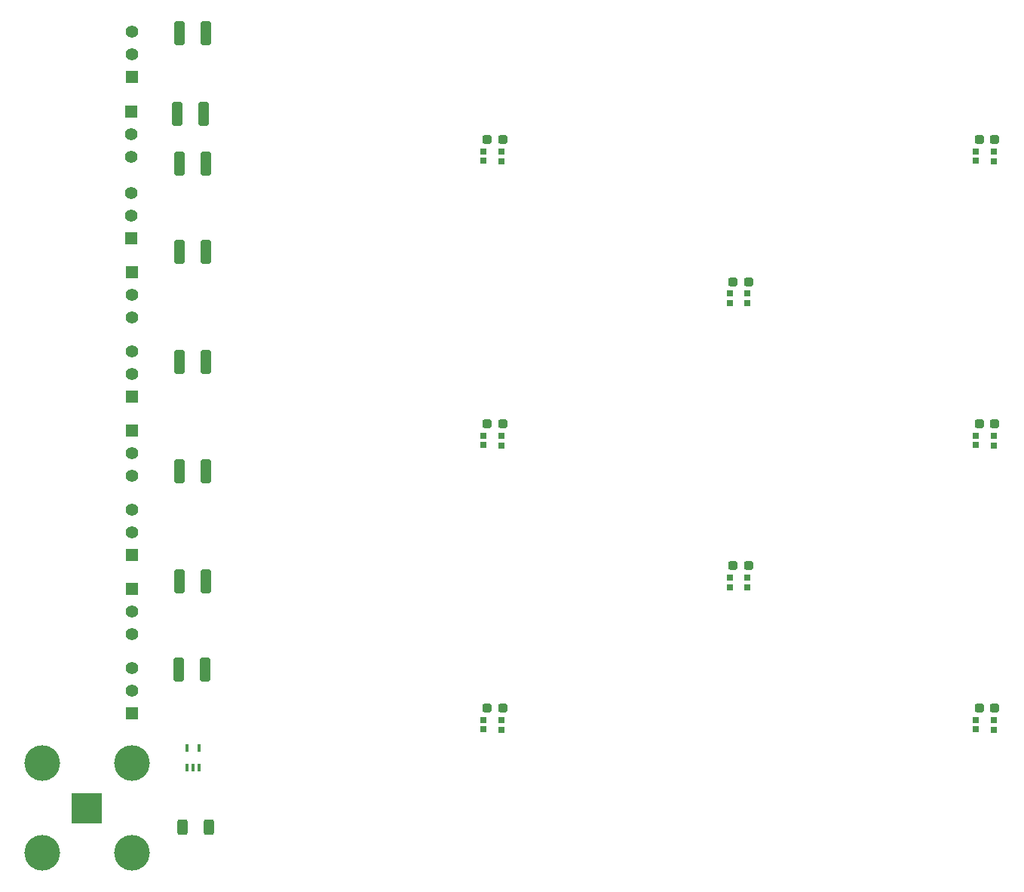
<source format=gbr>
%TF.GenerationSoftware,KiCad,Pcbnew,(6.0.8-1)-1*%
%TF.CreationDate,2023-09-21T15:44:45-04:00*%
%TF.ProjectId,Untitled,556e7469-746c-4656-942e-6b696361645f,rev?*%
%TF.SameCoordinates,Original*%
%TF.FileFunction,Soldermask,Top*%
%TF.FilePolarity,Negative*%
%FSLAX46Y46*%
G04 Gerber Fmt 4.6, Leading zero omitted, Abs format (unit mm)*
G04 Created by KiCad (PCBNEW (6.0.8-1)-1) date 2023-09-21 15:44:45*
%MOMM*%
%LPD*%
G01*
G04 APERTURE LIST*
G04 Aperture macros list*
%AMRoundRect*
0 Rectangle with rounded corners*
0 $1 Rounding radius*
0 $2 $3 $4 $5 $6 $7 $8 $9 X,Y pos of 4 corners*
0 Add a 4 corners polygon primitive as box body*
4,1,4,$2,$3,$4,$5,$6,$7,$8,$9,$2,$3,0*
0 Add four circle primitives for the rounded corners*
1,1,$1+$1,$2,$3*
1,1,$1+$1,$4,$5*
1,1,$1+$1,$6,$7*
1,1,$1+$1,$8,$9*
0 Add four rect primitives between the rounded corners*
20,1,$1+$1,$2,$3,$4,$5,0*
20,1,$1+$1,$4,$5,$6,$7,0*
20,1,$1+$1,$6,$7,$8,$9,0*
20,1,$1+$1,$8,$9,$2,$3,0*%
G04 Aperture macros list end*
%ADD10RoundRect,0.250000X-0.325000X-1.100000X0.325000X-1.100000X0.325000X1.100000X-0.325000X1.100000X0*%
%ADD11RoundRect,0.087500X-0.087500X-0.337500X0.087500X-0.337500X0.087500X0.337500X-0.087500X0.337500X0*%
%ADD12R,0.700000X0.700000*%
%ADD13RoundRect,0.250000X-0.312500X-0.625000X0.312500X-0.625000X0.312500X0.625000X-0.312500X0.625000X0*%
%ADD14RoundRect,0.237500X-0.287500X-0.237500X0.287500X-0.237500X0.287500X0.237500X-0.287500X0.237500X0*%
%ADD15R,1.397000X1.397000*%
%ADD16C,1.397000*%
%ADD17R,3.500000X3.500000*%
%ADD18C,4.000000*%
G04 APERTURE END LIST*
D10*
%TO.C,10 nF*%
X64525000Y-107600000D03*
X67475000Y-107600000D03*
%TD*%
D11*
%TO.C,Temp1*%
X65450000Y-118600000D03*
X66100000Y-118600000D03*
X66750000Y-118600000D03*
X66750000Y-116400000D03*
X65450000Y-116400000D03*
%TD*%
D12*
%TO.C,REF\u002A\u002A*%
X100752500Y-49460000D03*
X98727500Y-49460000D03*
X98727500Y-50510000D03*
X100752500Y-50560000D03*
%TD*%
D13*
%TO.C,50 \u03A9*%
X64937500Y-125300000D03*
X67862500Y-125300000D03*
%TD*%
D10*
%TO.C,10 nF*%
X64325000Y-45200000D03*
X67275000Y-45200000D03*
%TD*%
%TO.C,10 nF*%
X64625000Y-36145716D03*
X67575000Y-36145716D03*
%TD*%
D14*
%TO.C,REF\u002A\u002A*%
X154395000Y-48125000D03*
X156145000Y-48125000D03*
%TD*%
D15*
%TO.C,REF\u002A\u002A*%
X59200000Y-59200000D03*
D16*
X59200000Y-56660000D03*
X59200000Y-54120000D03*
%TD*%
D12*
%TO.C,REF\u002A\u002A*%
X156022500Y-113280000D03*
X153997500Y-113280000D03*
X153997500Y-114330000D03*
X156022500Y-114380000D03*
%TD*%
D14*
%TO.C,REF\u002A\u002A*%
X99125000Y-80035000D03*
X100875000Y-80035000D03*
%TD*%
D17*
%TO.C,LEDs*%
X54200000Y-123200000D03*
D18*
X49175000Y-118175000D03*
X49175000Y-128225000D03*
X59225000Y-128225000D03*
X59225000Y-118175000D03*
%TD*%
D12*
%TO.C,REF\u002A\u002A*%
X100752500Y-81370000D03*
X98727500Y-81370000D03*
X98727500Y-82420000D03*
X100752500Y-82470000D03*
%TD*%
D10*
%TO.C,10 nF*%
X64625000Y-73072857D03*
X67575000Y-73072857D03*
%TD*%
D15*
%TO.C,REF\u002A\u002A*%
X59250100Y-41100000D03*
D16*
X59250100Y-38560000D03*
X59250100Y-36020000D03*
%TD*%
D15*
%TO.C,REF\u002A\u002A*%
X59250100Y-76987500D03*
D16*
X59250100Y-74447500D03*
X59250100Y-71907500D03*
%TD*%
D14*
%TO.C,REF\u002A\u002A*%
X154395000Y-111945000D03*
X156145000Y-111945000D03*
%TD*%
%TO.C,REF\u002A\u002A*%
X154395000Y-80035000D03*
X156145000Y-80035000D03*
%TD*%
D12*
%TO.C,REF\u002A\u002A*%
X128382500Y-97320000D03*
X126357500Y-97320000D03*
X126357500Y-98370000D03*
X128382500Y-98420000D03*
%TD*%
D10*
%TO.C,10 nF*%
X64625000Y-60763810D03*
X67575000Y-60763810D03*
%TD*%
%TO.C,10 nF*%
X64625000Y-50800000D03*
X67575000Y-50800000D03*
%TD*%
D12*
%TO.C,REF\u002A\u002A*%
X100752500Y-113280000D03*
X98727500Y-113280000D03*
X98727500Y-114330000D03*
X100752500Y-114380000D03*
%TD*%
%TO.C,REF\u002A\u002A*%
X156022500Y-81370000D03*
X153997500Y-81370000D03*
X153997500Y-82420000D03*
X156022500Y-82470000D03*
%TD*%
%TO.C,REF\u002A\u002A*%
X156022500Y-49460000D03*
X153997500Y-49460000D03*
X153997500Y-50510000D03*
X156022500Y-50560000D03*
%TD*%
D14*
%TO.C,REF\u002A\u002A*%
X99125000Y-111945000D03*
X100875000Y-111945000D03*
%TD*%
%TO.C,REF\u002A\u002A*%
X99125000Y-48125000D03*
X100875000Y-48125000D03*
%TD*%
D10*
%TO.C,10 nF*%
X64625000Y-85381904D03*
X67575000Y-85381904D03*
%TD*%
D15*
%TO.C,REF\u002A\u002A*%
X59250100Y-94787500D03*
D16*
X59250100Y-92247500D03*
X59250100Y-89707500D03*
%TD*%
D14*
%TO.C,REF\u002A\u002A*%
X126755000Y-95985000D03*
X128505000Y-95985000D03*
%TD*%
D15*
%TO.C,REF\u002A\u002A*%
X59250100Y-112587500D03*
D16*
X59250100Y-110047500D03*
X59250100Y-107507500D03*
%TD*%
D10*
%TO.C,10 nF*%
X64625000Y-97690951D03*
X67575000Y-97690951D03*
%TD*%
D12*
%TO.C,REF\u002A\u002A*%
X128382500Y-65410000D03*
X126357500Y-65410000D03*
X126357500Y-66460000D03*
X128382500Y-66510000D03*
%TD*%
D14*
%TO.C,REF\u002A\u002A*%
X126755000Y-64075000D03*
X128505000Y-64075000D03*
%TD*%
D15*
%TO.C,REF\u002A\u002A*%
X59250100Y-80812500D03*
D16*
X59250100Y-83352500D03*
X59250100Y-85892500D03*
%TD*%
D15*
%TO.C,REF\u002A\u002A*%
X59200000Y-45000000D03*
D16*
X59200000Y-47540000D03*
X59200000Y-50080000D03*
%TD*%
D15*
%TO.C,REF\u002A\u002A*%
X59250100Y-98612500D03*
D16*
X59250100Y-101152500D03*
X59250100Y-103692500D03*
%TD*%
D15*
%TO.C,REF\u002A\u002A*%
X59250100Y-63012500D03*
D16*
X59250100Y-65552500D03*
X59250100Y-68092500D03*
%TD*%
M02*

</source>
